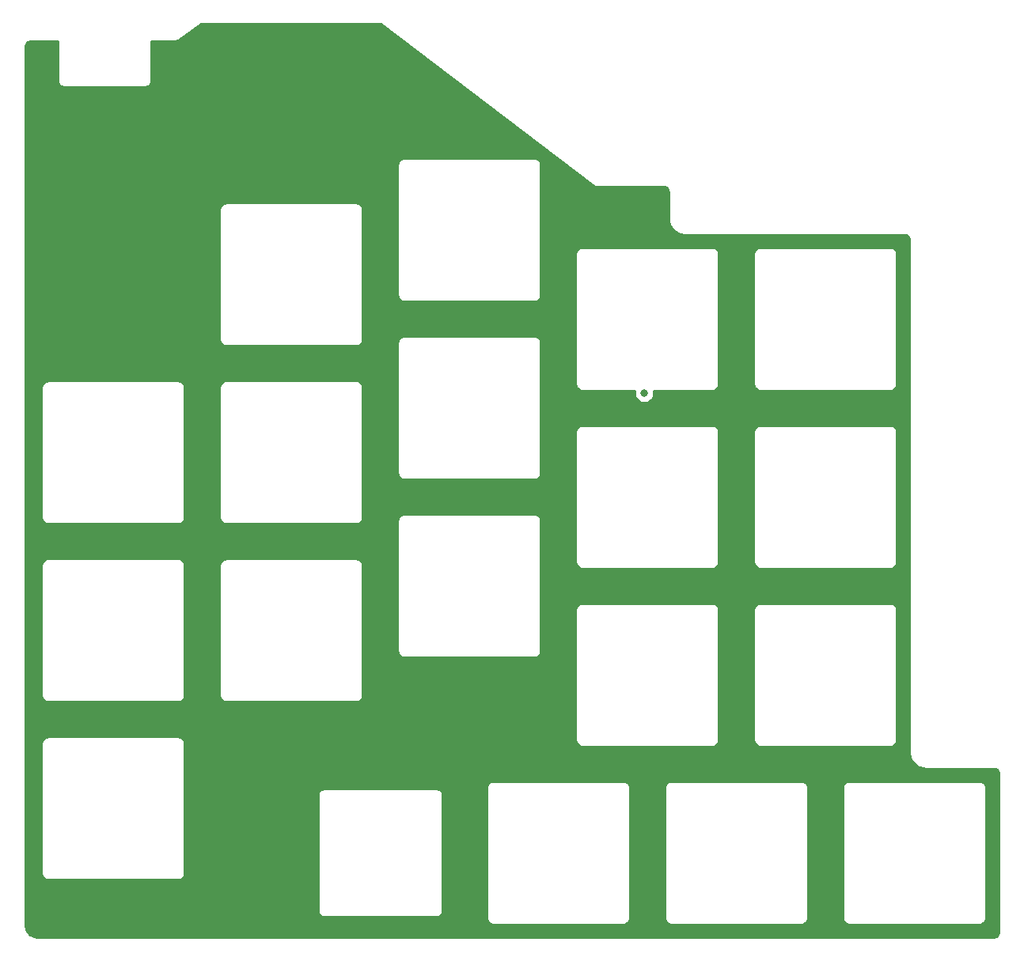
<source format=gbr>
%TF.GenerationSoftware,KiCad,Pcbnew,(5.1.6)-1*%
%TF.CreationDate,2021-05-04T17:34:20-05:00*%
%TF.ProjectId,FlatDoxPlate,466c6174-446f-4785-906c-6174652e6b69,rev?*%
%TF.SameCoordinates,Original*%
%TF.FileFunction,Copper,L2,Bot*%
%TF.FilePolarity,Positive*%
%FSLAX46Y46*%
G04 Gerber Fmt 4.6, Leading zero omitted, Abs format (unit mm)*
G04 Created by KiCad (PCBNEW (5.1.6)-1) date 2021-05-04 17:34:20*
%MOMM*%
%LPD*%
G01*
G04 APERTURE LIST*
%TA.AperFunction,ViaPad*%
%ADD10C,0.800000*%
%TD*%
%TA.AperFunction,NonConductor*%
%ADD11C,0.254000*%
%TD*%
G04 APERTURE END LIST*
D10*
%TO.N,*%
X37772340Y-86517480D03*
%TD*%
D11*
G36*
X32273039Y-64297431D02*
G01*
X32313730Y-64330825D01*
X32353364Y-64352010D01*
X32391637Y-64375562D01*
X32410573Y-64382588D01*
X32428387Y-64392110D01*
X32471396Y-64405157D01*
X32513525Y-64420789D01*
X32533465Y-64423986D01*
X32552797Y-64429850D01*
X32597527Y-64434255D01*
X32641894Y-64441368D01*
X32694492Y-64439400D01*
X39835563Y-64439400D01*
X39961042Y-64451703D01*
X40050689Y-64478770D01*
X40133377Y-64522735D01*
X40205946Y-64581922D01*
X40265644Y-64654084D01*
X40310181Y-64736454D01*
X40337874Y-64825915D01*
X40350841Y-64949287D01*
X40350840Y-67825018D01*
X40353633Y-67853377D01*
X40353584Y-67860396D01*
X40354483Y-67869567D01*
X40377800Y-68091419D01*
X40389835Y-68150048D01*
X40401038Y-68208778D01*
X40403701Y-68217600D01*
X40469666Y-68430697D01*
X40492833Y-68485807D01*
X40515256Y-68541307D01*
X40519583Y-68549443D01*
X40625683Y-68745670D01*
X40659110Y-68795227D01*
X40691886Y-68845315D01*
X40697711Y-68852457D01*
X40839904Y-69024339D01*
X40882339Y-69066478D01*
X40924202Y-69109228D01*
X40931302Y-69115101D01*
X41104172Y-69256091D01*
X41153978Y-69289182D01*
X41203357Y-69322992D01*
X41211463Y-69327375D01*
X41408427Y-69432102D01*
X41463704Y-69454885D01*
X41518711Y-69478462D01*
X41527515Y-69481186D01*
X41741067Y-69545662D01*
X41799730Y-69557278D01*
X41858261Y-69569719D01*
X41867422Y-69570682D01*
X41867426Y-69570682D01*
X42089436Y-69592450D01*
X42089438Y-69592450D01*
X42121421Y-69595600D01*
X65619103Y-69595600D01*
X65744582Y-69607903D01*
X65834229Y-69634970D01*
X65916917Y-69678935D01*
X65989486Y-69738122D01*
X66049184Y-69810284D01*
X66093721Y-69892654D01*
X66121414Y-69982115D01*
X66134381Y-70105488D01*
X66134380Y-124949618D01*
X66137173Y-124977977D01*
X66137124Y-124984996D01*
X66138023Y-124994167D01*
X66161340Y-125216019D01*
X66173375Y-125274648D01*
X66184578Y-125333378D01*
X66187241Y-125342200D01*
X66253206Y-125555297D01*
X66276373Y-125610407D01*
X66298796Y-125665907D01*
X66303123Y-125674043D01*
X66409223Y-125870270D01*
X66442650Y-125919827D01*
X66475426Y-125969915D01*
X66481251Y-125977057D01*
X66623444Y-126148939D01*
X66665879Y-126191078D01*
X66707742Y-126233828D01*
X66714842Y-126239701D01*
X66887712Y-126380691D01*
X66937518Y-126413782D01*
X66986897Y-126447592D01*
X66995003Y-126451975D01*
X67191967Y-126556702D01*
X67247244Y-126579485D01*
X67302251Y-126603062D01*
X67311055Y-126605786D01*
X67524607Y-126670262D01*
X67583270Y-126681878D01*
X67641801Y-126694319D01*
X67650962Y-126695282D01*
X67650966Y-126695282D01*
X67872976Y-126717050D01*
X67872978Y-126717050D01*
X67904961Y-126720200D01*
X75166963Y-126720200D01*
X75292442Y-126732503D01*
X75382089Y-126759570D01*
X75464777Y-126803535D01*
X75537346Y-126862722D01*
X75597044Y-126934884D01*
X75641581Y-127017254D01*
X75669274Y-127106715D01*
X75682240Y-127230078D01*
X75682241Y-144227012D01*
X75669937Y-144352502D01*
X75642871Y-144442148D01*
X75598905Y-144524836D01*
X75539717Y-144597408D01*
X75467560Y-144657101D01*
X75385186Y-144701641D01*
X75295724Y-144729334D01*
X75172362Y-144742300D01*
X-27261126Y-144742310D01*
X-27510063Y-144714455D01*
X-27722224Y-144647216D01*
X-27917295Y-144540043D01*
X-28087829Y-144397025D01*
X-28227341Y-144223602D01*
X-28330509Y-144026390D01*
X-28393406Y-143812892D01*
X-28416650Y-143558242D01*
X-28416650Y-123967240D01*
X-26715973Y-123967240D01*
X-26712779Y-123999669D01*
X-26712780Y-137937841D01*
X-26715973Y-137970260D01*
X-26703230Y-138099643D01*
X-26665490Y-138224053D01*
X-26604205Y-138338710D01*
X-26521728Y-138439208D01*
X-26421230Y-138521685D01*
X-26306573Y-138582970D01*
X-26182163Y-138620710D01*
X-26052780Y-138633453D01*
X-26020361Y-138630260D01*
X-12079639Y-138630260D01*
X-12047220Y-138633453D01*
X-12014801Y-138630260D01*
X-11917837Y-138620710D01*
X-11793427Y-138582970D01*
X-11678770Y-138521685D01*
X-11578272Y-138439208D01*
X-11495795Y-138338710D01*
X-11434510Y-138224053D01*
X-11396770Y-138099643D01*
X-11384027Y-137970260D01*
X-11387220Y-137937841D01*
X-11387220Y-129540000D01*
X2858517Y-129540000D01*
X2861710Y-129572419D01*
X2861711Y-141902771D01*
X2858517Y-141935200D01*
X2871260Y-142064583D01*
X2909000Y-142188993D01*
X2970285Y-142303650D01*
X3052762Y-142404148D01*
X3153260Y-142486625D01*
X3267917Y-142547910D01*
X3392327Y-142585650D01*
X3489291Y-142595200D01*
X3521710Y-142598393D01*
X3554129Y-142595200D01*
X15503491Y-142595200D01*
X15535910Y-142598393D01*
X15568329Y-142595200D01*
X15665293Y-142585650D01*
X15789703Y-142547910D01*
X15904360Y-142486625D01*
X16004858Y-142404148D01*
X16087335Y-142303650D01*
X16148620Y-142188993D01*
X16186360Y-142064583D01*
X16199103Y-141935200D01*
X16195910Y-141902781D01*
X16195910Y-129572419D01*
X16199103Y-129540000D01*
X16186360Y-129410617D01*
X16148620Y-129286207D01*
X16087335Y-129171550D01*
X16004858Y-129071052D01*
X15904360Y-128988575D01*
X15789703Y-128927290D01*
X15665293Y-128889550D01*
X15568329Y-128880000D01*
X15535910Y-128876807D01*
X15503491Y-128880000D01*
X3554129Y-128880000D01*
X3521710Y-128876807D01*
X3489291Y-128880000D01*
X3392327Y-128889550D01*
X3267917Y-128927290D01*
X3153260Y-128988575D01*
X3052762Y-129071052D01*
X2970285Y-129171550D01*
X2909000Y-129286207D01*
X2871260Y-129410617D01*
X2858517Y-129540000D01*
X-11387220Y-129540000D01*
X-11387220Y-128729740D01*
X20909027Y-128729740D01*
X20912221Y-128762169D01*
X20912220Y-142702881D01*
X20909027Y-142735300D01*
X20921770Y-142864683D01*
X20959510Y-142989093D01*
X21020795Y-143103750D01*
X21103272Y-143204248D01*
X21203770Y-143286725D01*
X21318427Y-143348010D01*
X21442837Y-143385750D01*
X21572220Y-143398493D01*
X21604639Y-143395300D01*
X35542821Y-143395300D01*
X35575240Y-143398493D01*
X35607659Y-143395300D01*
X35704623Y-143385750D01*
X35829033Y-143348010D01*
X35943690Y-143286725D01*
X36044188Y-143204248D01*
X36126665Y-143103750D01*
X36187950Y-142989093D01*
X36225690Y-142864683D01*
X36238433Y-142735300D01*
X36235240Y-142702881D01*
X36235240Y-128762159D01*
X36238433Y-128729740D01*
X39960057Y-128729740D01*
X39963251Y-128762169D01*
X39963250Y-142702881D01*
X39960057Y-142735300D01*
X39972800Y-142864683D01*
X40010540Y-142989093D01*
X40071825Y-143103750D01*
X40154302Y-143204248D01*
X40254800Y-143286725D01*
X40369457Y-143348010D01*
X40493867Y-143385750D01*
X40623250Y-143398493D01*
X40655669Y-143395300D01*
X54593851Y-143395300D01*
X54626270Y-143398493D01*
X54658689Y-143395300D01*
X54755653Y-143385750D01*
X54880063Y-143348010D01*
X54994720Y-143286725D01*
X55095218Y-143204248D01*
X55177695Y-143103750D01*
X55238980Y-142989093D01*
X55276720Y-142864683D01*
X55289463Y-142735300D01*
X55286270Y-142702881D01*
X55286270Y-128762159D01*
X55289463Y-128729740D01*
X59007517Y-128729740D01*
X59010711Y-128762169D01*
X59010710Y-142702881D01*
X59007517Y-142735300D01*
X59020260Y-142864683D01*
X59058000Y-142989093D01*
X59119285Y-143103750D01*
X59201762Y-143204248D01*
X59302260Y-143286725D01*
X59416917Y-143348010D01*
X59541327Y-143385750D01*
X59670710Y-143398493D01*
X59703129Y-143395300D01*
X73641311Y-143395300D01*
X73673730Y-143398493D01*
X73706149Y-143395300D01*
X73803113Y-143385750D01*
X73927523Y-143348010D01*
X74042180Y-143286725D01*
X74142678Y-143204248D01*
X74225155Y-143103750D01*
X74286440Y-142989093D01*
X74324180Y-142864683D01*
X74336923Y-142735300D01*
X74333730Y-142702881D01*
X74333730Y-128762159D01*
X74336923Y-128729740D01*
X74324180Y-128600357D01*
X74286440Y-128475947D01*
X74225155Y-128361290D01*
X74142678Y-128260792D01*
X74042180Y-128178315D01*
X73927523Y-128117030D01*
X73803113Y-128079290D01*
X73706149Y-128069740D01*
X73673730Y-128066547D01*
X73641311Y-128069740D01*
X59703129Y-128069740D01*
X59670710Y-128066547D01*
X59638291Y-128069740D01*
X59541327Y-128079290D01*
X59416917Y-128117030D01*
X59302260Y-128178315D01*
X59201762Y-128260792D01*
X59119285Y-128361290D01*
X59058000Y-128475947D01*
X59020260Y-128600357D01*
X59007517Y-128729740D01*
X55289463Y-128729740D01*
X55276720Y-128600357D01*
X55238980Y-128475947D01*
X55177695Y-128361290D01*
X55095218Y-128260792D01*
X54994720Y-128178315D01*
X54880063Y-128117030D01*
X54755653Y-128079290D01*
X54658689Y-128069740D01*
X54626270Y-128066547D01*
X54593851Y-128069740D01*
X40655669Y-128069740D01*
X40623250Y-128066547D01*
X40590831Y-128069740D01*
X40493867Y-128079290D01*
X40369457Y-128117030D01*
X40254800Y-128178315D01*
X40154302Y-128260792D01*
X40071825Y-128361290D01*
X40010540Y-128475947D01*
X39972800Y-128600357D01*
X39960057Y-128729740D01*
X36238433Y-128729740D01*
X36225690Y-128600357D01*
X36187950Y-128475947D01*
X36126665Y-128361290D01*
X36044188Y-128260792D01*
X35943690Y-128178315D01*
X35829033Y-128117030D01*
X35704623Y-128079290D01*
X35607659Y-128069740D01*
X35575240Y-128066547D01*
X35542821Y-128069740D01*
X21604639Y-128069740D01*
X21572220Y-128066547D01*
X21539801Y-128069740D01*
X21442837Y-128079290D01*
X21318427Y-128117030D01*
X21203770Y-128178315D01*
X21103272Y-128260792D01*
X21020795Y-128361290D01*
X20959510Y-128475947D01*
X20921770Y-128600357D01*
X20909027Y-128729740D01*
X-11387220Y-128729740D01*
X-11387220Y-123999659D01*
X-11384027Y-123967240D01*
X-11396770Y-123837857D01*
X-11434510Y-123713447D01*
X-11495795Y-123598790D01*
X-11578272Y-123498292D01*
X-11678770Y-123415815D01*
X-11793427Y-123354530D01*
X-11917837Y-123316790D01*
X-12014801Y-123307240D01*
X-12047220Y-123304047D01*
X-12079639Y-123307240D01*
X-26020361Y-123307240D01*
X-26052780Y-123304047D01*
X-26085199Y-123307240D01*
X-26182163Y-123316790D01*
X-26306573Y-123354530D01*
X-26421230Y-123415815D01*
X-26521728Y-123498292D01*
X-26604205Y-123598790D01*
X-26665490Y-123713447D01*
X-26703230Y-123837857D01*
X-26715973Y-123967240D01*
X-28416650Y-123967240D01*
X-28416650Y-104916210D01*
X-26715973Y-104916210D01*
X-26712779Y-104948639D01*
X-26712780Y-118886811D01*
X-26715973Y-118919230D01*
X-26703230Y-119048613D01*
X-26665490Y-119173023D01*
X-26604205Y-119287680D01*
X-26521728Y-119388178D01*
X-26421230Y-119470655D01*
X-26306573Y-119531940D01*
X-26182163Y-119569680D01*
X-26052780Y-119582423D01*
X-26020361Y-119579230D01*
X-12079639Y-119579230D01*
X-12047220Y-119582423D01*
X-12014801Y-119579230D01*
X-11917837Y-119569680D01*
X-11793427Y-119531940D01*
X-11678770Y-119470655D01*
X-11578272Y-119388178D01*
X-11495795Y-119287680D01*
X-11434510Y-119173023D01*
X-11396770Y-119048613D01*
X-11384027Y-118919230D01*
X-11387220Y-118886811D01*
X-11387220Y-104948629D01*
X-11384129Y-104917240D01*
X-7665973Y-104917240D01*
X-7662779Y-104949669D01*
X-7662780Y-118887841D01*
X-7665973Y-118920260D01*
X-7653230Y-119049643D01*
X-7615490Y-119174053D01*
X-7554205Y-119288710D01*
X-7472573Y-119388178D01*
X-7471728Y-119389208D01*
X-7371230Y-119471685D01*
X-7256573Y-119532970D01*
X-7132163Y-119570710D01*
X-7002780Y-119583453D01*
X-6970361Y-119580260D01*
X6970361Y-119580260D01*
X7002780Y-119583453D01*
X7035199Y-119580260D01*
X7132163Y-119570710D01*
X7256573Y-119532970D01*
X7371230Y-119471685D01*
X7471728Y-119389208D01*
X7554205Y-119288710D01*
X7615490Y-119174053D01*
X7653230Y-119049643D01*
X7665973Y-118920260D01*
X7662780Y-118887841D01*
X7662780Y-104949659D01*
X7665973Y-104917240D01*
X7653230Y-104787857D01*
X7615490Y-104663447D01*
X7554205Y-104548790D01*
X7471728Y-104448292D01*
X7371230Y-104365815D01*
X7256573Y-104304530D01*
X7132163Y-104266790D01*
X7035199Y-104257240D01*
X7002780Y-104254047D01*
X6970361Y-104257240D01*
X-6970361Y-104257240D01*
X-7002780Y-104254047D01*
X-7035199Y-104257240D01*
X-7132163Y-104266790D01*
X-7256573Y-104304530D01*
X-7371230Y-104365815D01*
X-7471728Y-104448292D01*
X-7554205Y-104548790D01*
X-7615490Y-104663447D01*
X-7653230Y-104787857D01*
X-7665973Y-104917240D01*
X-11384129Y-104917240D01*
X-11384027Y-104916210D01*
X-11396770Y-104786827D01*
X-11434510Y-104662417D01*
X-11495795Y-104547760D01*
X-11578272Y-104447262D01*
X-11678770Y-104364785D01*
X-11793427Y-104303500D01*
X-11917837Y-104265760D01*
X-12014801Y-104256210D01*
X-12047220Y-104253017D01*
X-12079639Y-104256210D01*
X-26020361Y-104256210D01*
X-26052780Y-104253017D01*
X-26085199Y-104256210D01*
X-26182163Y-104265760D01*
X-26306573Y-104303500D01*
X-26421230Y-104364785D01*
X-26521728Y-104447262D01*
X-26604205Y-104547760D01*
X-26665490Y-104662417D01*
X-26703230Y-104786827D01*
X-26715973Y-104916210D01*
X-28416650Y-104916210D01*
X-28416650Y-85868750D01*
X-26715973Y-85868750D01*
X-26712779Y-85901179D01*
X-26712780Y-99839351D01*
X-26715973Y-99871770D01*
X-26703230Y-100001153D01*
X-26665490Y-100125563D01*
X-26604205Y-100240220D01*
X-26523813Y-100338178D01*
X-26521728Y-100340718D01*
X-26421230Y-100423195D01*
X-26306573Y-100484480D01*
X-26182163Y-100522220D01*
X-26052780Y-100534963D01*
X-26020361Y-100531770D01*
X-12079639Y-100531770D01*
X-12047220Y-100534963D01*
X-12014801Y-100531770D01*
X-11989011Y-100529230D01*
X-11917837Y-100522220D01*
X-11793427Y-100484480D01*
X-11678770Y-100423195D01*
X-11578272Y-100340718D01*
X-11495795Y-100240220D01*
X-11434510Y-100125563D01*
X-11396770Y-100001153D01*
X-11387220Y-99904189D01*
X-11387220Y-99904188D01*
X-11384027Y-99871770D01*
X-11387220Y-99839351D01*
X-11387220Y-85901169D01*
X-11384027Y-85868750D01*
X-11384277Y-85866210D01*
X-7665973Y-85866210D01*
X-7662779Y-85898639D01*
X-7662780Y-99836811D01*
X-7665973Y-99869230D01*
X-7653230Y-99998613D01*
X-7615490Y-100123023D01*
X-7554205Y-100237680D01*
X-7552120Y-100240220D01*
X-7471728Y-100338178D01*
X-7371230Y-100420655D01*
X-7256573Y-100481940D01*
X-7132163Y-100519680D01*
X-7002780Y-100532423D01*
X-6970361Y-100529230D01*
X6970361Y-100529230D01*
X7002780Y-100532423D01*
X7035199Y-100529230D01*
X7132163Y-100519680D01*
X7256573Y-100481940D01*
X7371230Y-100420655D01*
X7471728Y-100338178D01*
X7554205Y-100237680D01*
X7598537Y-100154740D01*
X11384027Y-100154740D01*
X11387221Y-100187169D01*
X11387220Y-114125341D01*
X11384027Y-114157760D01*
X11396770Y-114287143D01*
X11434510Y-114411553D01*
X11495795Y-114526210D01*
X11578272Y-114626708D01*
X11678770Y-114709185D01*
X11793427Y-114770470D01*
X11917837Y-114808210D01*
X12047220Y-114820953D01*
X12079639Y-114817760D01*
X26020361Y-114817760D01*
X26052780Y-114820953D01*
X26085199Y-114817760D01*
X26182163Y-114808210D01*
X26306573Y-114770470D01*
X26421230Y-114709185D01*
X26521728Y-114626708D01*
X26604205Y-114526210D01*
X26665490Y-114411553D01*
X26703230Y-114287143D01*
X26715973Y-114157760D01*
X26712780Y-114125341D01*
X26712780Y-109679740D01*
X30434027Y-109679740D01*
X30437221Y-109712169D01*
X30437220Y-123650341D01*
X30434027Y-123682760D01*
X30446770Y-123812143D01*
X30484510Y-123936553D01*
X30545795Y-124051210D01*
X30547880Y-124053750D01*
X30628272Y-124151708D01*
X30728770Y-124234185D01*
X30843427Y-124295470D01*
X30967837Y-124333210D01*
X31097220Y-124345953D01*
X31129639Y-124342760D01*
X45070361Y-124342760D01*
X45102780Y-124345953D01*
X45135199Y-124342760D01*
X45232163Y-124333210D01*
X45356573Y-124295470D01*
X45471230Y-124234185D01*
X45571728Y-124151708D01*
X45654205Y-124051210D01*
X45715490Y-123936553D01*
X45753230Y-123812143D01*
X45765973Y-123682760D01*
X45762780Y-123650341D01*
X45762780Y-109712159D01*
X45765722Y-109682280D01*
X49484027Y-109682280D01*
X49487221Y-109714709D01*
X49487220Y-123652881D01*
X49484027Y-123685300D01*
X49496770Y-123814683D01*
X49534510Y-123939093D01*
X49595795Y-124053750D01*
X49676187Y-124151708D01*
X49678272Y-124154248D01*
X49778770Y-124236725D01*
X49893427Y-124298010D01*
X50017837Y-124335750D01*
X50147220Y-124348493D01*
X50179639Y-124345300D01*
X64120361Y-124345300D01*
X64152780Y-124348493D01*
X64185199Y-124345300D01*
X64210989Y-124342760D01*
X64282163Y-124335750D01*
X64406573Y-124298010D01*
X64521230Y-124236725D01*
X64621728Y-124154248D01*
X64704205Y-124053750D01*
X64765490Y-123939093D01*
X64803230Y-123814683D01*
X64812780Y-123717719D01*
X64812780Y-123717718D01*
X64815973Y-123685300D01*
X64812780Y-123652881D01*
X64812780Y-109714699D01*
X64815973Y-109682280D01*
X64803230Y-109552897D01*
X64765490Y-109428487D01*
X64704205Y-109313830D01*
X64621728Y-109213332D01*
X64521230Y-109130855D01*
X64406573Y-109069570D01*
X64282163Y-109031830D01*
X64185199Y-109022280D01*
X64152780Y-109019087D01*
X64120361Y-109022280D01*
X50179639Y-109022280D01*
X50147220Y-109019087D01*
X50114801Y-109022280D01*
X50017837Y-109031830D01*
X49893427Y-109069570D01*
X49778770Y-109130855D01*
X49678272Y-109213332D01*
X49595795Y-109313830D01*
X49534510Y-109428487D01*
X49496770Y-109552897D01*
X49484027Y-109682280D01*
X45765722Y-109682280D01*
X45765973Y-109679740D01*
X45753230Y-109550357D01*
X45715490Y-109425947D01*
X45654205Y-109311290D01*
X45571728Y-109210792D01*
X45471230Y-109128315D01*
X45356573Y-109067030D01*
X45232163Y-109029290D01*
X45135199Y-109019740D01*
X45102780Y-109016547D01*
X45070361Y-109019740D01*
X31129639Y-109019740D01*
X31097220Y-109016547D01*
X31064801Y-109019740D01*
X30967837Y-109029290D01*
X30843427Y-109067030D01*
X30728770Y-109128315D01*
X30628272Y-109210792D01*
X30545795Y-109311290D01*
X30484510Y-109425947D01*
X30446770Y-109550357D01*
X30434027Y-109679740D01*
X26712780Y-109679740D01*
X26712780Y-100187159D01*
X26715973Y-100154740D01*
X26703230Y-100025357D01*
X26665490Y-99900947D01*
X26604205Y-99786290D01*
X26521728Y-99685792D01*
X26421230Y-99603315D01*
X26306573Y-99542030D01*
X26182163Y-99504290D01*
X26085199Y-99494740D01*
X26052780Y-99491547D01*
X26020361Y-99494740D01*
X12079639Y-99494740D01*
X12047220Y-99491547D01*
X12014801Y-99494740D01*
X11917837Y-99504290D01*
X11793427Y-99542030D01*
X11678770Y-99603315D01*
X11578272Y-99685792D01*
X11495795Y-99786290D01*
X11434510Y-99900947D01*
X11396770Y-100025357D01*
X11384027Y-100154740D01*
X7598537Y-100154740D01*
X7615490Y-100123023D01*
X7653230Y-99998613D01*
X7665973Y-99869230D01*
X7662780Y-99836811D01*
X7662780Y-85898629D01*
X7665973Y-85866210D01*
X7653230Y-85736827D01*
X7615490Y-85612417D01*
X7554205Y-85497760D01*
X7471728Y-85397262D01*
X7371230Y-85314785D01*
X7256573Y-85253500D01*
X7132163Y-85215760D01*
X7035199Y-85206210D01*
X7002780Y-85203017D01*
X6970361Y-85206210D01*
X-6970361Y-85206210D01*
X-7002780Y-85203017D01*
X-7035199Y-85206210D01*
X-7132163Y-85215760D01*
X-7256573Y-85253500D01*
X-7371230Y-85314785D01*
X-7471728Y-85397262D01*
X-7554205Y-85497760D01*
X-7615490Y-85612417D01*
X-7653230Y-85736827D01*
X-7665973Y-85866210D01*
X-11384277Y-85866210D01*
X-11396770Y-85739367D01*
X-11434510Y-85614957D01*
X-11495795Y-85500300D01*
X-11578272Y-85399802D01*
X-11678770Y-85317325D01*
X-11793427Y-85256040D01*
X-11917837Y-85218300D01*
X-12014801Y-85208750D01*
X-12047220Y-85205557D01*
X-12079639Y-85208750D01*
X-26020361Y-85208750D01*
X-26052780Y-85205557D01*
X-26085199Y-85208750D01*
X-26182163Y-85218300D01*
X-26306573Y-85256040D01*
X-26421230Y-85317325D01*
X-26521728Y-85399802D01*
X-26604205Y-85500300D01*
X-26665490Y-85614957D01*
X-26703230Y-85739367D01*
X-26715973Y-85868750D01*
X-28416650Y-85868750D01*
X-28416650Y-66818750D01*
X-7665973Y-66818750D01*
X-7662779Y-66851179D01*
X-7662780Y-80789351D01*
X-7665973Y-80821770D01*
X-7653230Y-80951153D01*
X-7615490Y-81075563D01*
X-7554205Y-81190220D01*
X-7471728Y-81290718D01*
X-7371230Y-81373195D01*
X-7256573Y-81434480D01*
X-7132163Y-81472220D01*
X-7002780Y-81484963D01*
X-6970361Y-81481770D01*
X6970361Y-81481770D01*
X7002780Y-81484963D01*
X7035199Y-81481770D01*
X7132163Y-81472220D01*
X7256573Y-81434480D01*
X7371230Y-81373195D01*
X7471728Y-81290718D01*
X7554205Y-81190220D01*
X7600445Y-81103710D01*
X11384027Y-81103710D01*
X11387221Y-81136139D01*
X11387220Y-95074311D01*
X11384027Y-95106730D01*
X11396770Y-95236113D01*
X11434510Y-95360523D01*
X11495795Y-95475180D01*
X11578272Y-95575678D01*
X11678770Y-95658155D01*
X11793427Y-95719440D01*
X11917837Y-95757180D01*
X12047220Y-95769923D01*
X12079639Y-95766730D01*
X26020361Y-95766730D01*
X26052780Y-95769923D01*
X26085199Y-95766730D01*
X26182163Y-95757180D01*
X26306573Y-95719440D01*
X26421230Y-95658155D01*
X26521728Y-95575678D01*
X26604205Y-95475180D01*
X26665490Y-95360523D01*
X26703230Y-95236113D01*
X26715973Y-95106730D01*
X26712780Y-95074311D01*
X26712780Y-90628710D01*
X30434027Y-90628710D01*
X30437221Y-90661139D01*
X30437220Y-104599311D01*
X30434027Y-104631730D01*
X30446770Y-104761113D01*
X30484510Y-104885523D01*
X30545795Y-105000180D01*
X30547880Y-105002720D01*
X30628272Y-105100678D01*
X30728770Y-105183155D01*
X30843427Y-105244440D01*
X30967837Y-105282180D01*
X31097220Y-105294923D01*
X31129639Y-105291730D01*
X45070361Y-105291730D01*
X45102780Y-105294923D01*
X45135199Y-105291730D01*
X45232163Y-105282180D01*
X45356573Y-105244440D01*
X45471230Y-105183155D01*
X45571728Y-105100678D01*
X45654205Y-105000180D01*
X45715490Y-104885523D01*
X45753230Y-104761113D01*
X45765973Y-104631730D01*
X45762780Y-104599311D01*
X45762780Y-90661129D01*
X45765722Y-90631250D01*
X49484027Y-90631250D01*
X49487221Y-90663679D01*
X49487220Y-104601851D01*
X49484027Y-104634270D01*
X49496770Y-104763653D01*
X49534510Y-104888063D01*
X49595795Y-105002720D01*
X49676187Y-105100678D01*
X49678272Y-105103218D01*
X49778770Y-105185695D01*
X49893427Y-105246980D01*
X50017837Y-105284720D01*
X50147220Y-105297463D01*
X50179639Y-105294270D01*
X64120361Y-105294270D01*
X64152780Y-105297463D01*
X64185199Y-105294270D01*
X64210989Y-105291730D01*
X64282163Y-105284720D01*
X64406573Y-105246980D01*
X64521230Y-105185695D01*
X64621728Y-105103218D01*
X64704205Y-105002720D01*
X64765490Y-104888063D01*
X64803230Y-104763653D01*
X64812780Y-104666689D01*
X64812780Y-104666688D01*
X64815973Y-104634270D01*
X64812780Y-104601851D01*
X64812780Y-90663669D01*
X64815973Y-90631250D01*
X64803230Y-90501867D01*
X64765490Y-90377457D01*
X64704205Y-90262800D01*
X64621728Y-90162302D01*
X64521230Y-90079825D01*
X64406573Y-90018540D01*
X64282163Y-89980800D01*
X64185199Y-89971250D01*
X64152780Y-89968057D01*
X64120361Y-89971250D01*
X50179639Y-89971250D01*
X50147220Y-89968057D01*
X50114801Y-89971250D01*
X50017837Y-89980800D01*
X49893427Y-90018540D01*
X49778770Y-90079825D01*
X49678272Y-90162302D01*
X49595795Y-90262800D01*
X49534510Y-90377457D01*
X49496770Y-90501867D01*
X49484027Y-90631250D01*
X45765722Y-90631250D01*
X45765973Y-90628710D01*
X45753230Y-90499327D01*
X45715490Y-90374917D01*
X45654205Y-90260260D01*
X45571728Y-90159762D01*
X45471230Y-90077285D01*
X45356573Y-90016000D01*
X45232163Y-89978260D01*
X45135199Y-89968710D01*
X45102780Y-89965517D01*
X45070361Y-89968710D01*
X31129639Y-89968710D01*
X31097220Y-89965517D01*
X31064801Y-89968710D01*
X30967837Y-89978260D01*
X30843427Y-90016000D01*
X30728770Y-90077285D01*
X30628272Y-90159762D01*
X30545795Y-90260260D01*
X30484510Y-90374917D01*
X30446770Y-90499327D01*
X30434027Y-90628710D01*
X26712780Y-90628710D01*
X26712780Y-81136129D01*
X26715973Y-81103710D01*
X26703230Y-80974327D01*
X26665490Y-80849917D01*
X26604205Y-80735260D01*
X26521728Y-80634762D01*
X26421230Y-80552285D01*
X26306573Y-80491000D01*
X26182163Y-80453260D01*
X26085199Y-80443710D01*
X26052780Y-80440517D01*
X26020361Y-80443710D01*
X12079639Y-80443710D01*
X12047220Y-80440517D01*
X12014801Y-80443710D01*
X11917837Y-80453260D01*
X11793427Y-80491000D01*
X11678770Y-80552285D01*
X11578272Y-80634762D01*
X11495795Y-80735260D01*
X11434510Y-80849917D01*
X11396770Y-80974327D01*
X11384027Y-81103710D01*
X7600445Y-81103710D01*
X7615490Y-81075563D01*
X7653230Y-80951153D01*
X7665973Y-80821770D01*
X7662780Y-80789351D01*
X7662780Y-66851169D01*
X7665973Y-66818750D01*
X7653230Y-66689367D01*
X7615490Y-66564957D01*
X7554205Y-66450300D01*
X7471728Y-66349802D01*
X7371230Y-66267325D01*
X7256573Y-66206040D01*
X7132163Y-66168300D01*
X7035199Y-66158750D01*
X7002780Y-66155557D01*
X6970361Y-66158750D01*
X-6970361Y-66158750D01*
X-7002780Y-66155557D01*
X-7035199Y-66158750D01*
X-7132163Y-66168300D01*
X-7256573Y-66206040D01*
X-7371230Y-66267325D01*
X-7471728Y-66349802D01*
X-7554205Y-66450300D01*
X-7615490Y-66564957D01*
X-7653230Y-66689367D01*
X-7665973Y-66818750D01*
X-28416650Y-66818750D01*
X-28416650Y-62056250D01*
X11384027Y-62056250D01*
X11387221Y-62088679D01*
X11387220Y-76026851D01*
X11384027Y-76059270D01*
X11396770Y-76188653D01*
X11434510Y-76313063D01*
X11495795Y-76427720D01*
X11578272Y-76528218D01*
X11678770Y-76610695D01*
X11793427Y-76671980D01*
X11917837Y-76709720D01*
X12047220Y-76722463D01*
X12079639Y-76719270D01*
X26020361Y-76719270D01*
X26052780Y-76722463D01*
X26085199Y-76719270D01*
X26182163Y-76709720D01*
X26306573Y-76671980D01*
X26421230Y-76610695D01*
X26521728Y-76528218D01*
X26604205Y-76427720D01*
X26665490Y-76313063D01*
X26703230Y-76188653D01*
X26715973Y-76059270D01*
X26712780Y-76026851D01*
X26712780Y-71581250D01*
X30434027Y-71581250D01*
X30437221Y-71613679D01*
X30437220Y-85551851D01*
X30434027Y-85584270D01*
X30446770Y-85713653D01*
X30484510Y-85838063D01*
X30545795Y-85952720D01*
X30583065Y-85998133D01*
X30628272Y-86053218D01*
X30728770Y-86135695D01*
X30843427Y-86196980D01*
X30967837Y-86234720D01*
X31097220Y-86247463D01*
X31129639Y-86244270D01*
X36771408Y-86244270D01*
X36737340Y-86415541D01*
X36737340Y-86619419D01*
X36777114Y-86819378D01*
X36855135Y-87007736D01*
X36968403Y-87177254D01*
X37112566Y-87321417D01*
X37282084Y-87434685D01*
X37470442Y-87512706D01*
X37670401Y-87552480D01*
X37874279Y-87552480D01*
X38074238Y-87512706D01*
X38262596Y-87434685D01*
X38432114Y-87321417D01*
X38576277Y-87177254D01*
X38689545Y-87007736D01*
X38767566Y-86819378D01*
X38807340Y-86619419D01*
X38807340Y-86415541D01*
X38773272Y-86244270D01*
X45070361Y-86244270D01*
X45102780Y-86247463D01*
X45135199Y-86244270D01*
X45232163Y-86234720D01*
X45356573Y-86196980D01*
X45471230Y-86135695D01*
X45571728Y-86053218D01*
X45654205Y-85952720D01*
X45715490Y-85838063D01*
X45753230Y-85713653D01*
X45765973Y-85584270D01*
X45762780Y-85551851D01*
X45762780Y-71613669D01*
X45765722Y-71583790D01*
X49484027Y-71583790D01*
X49487221Y-71616219D01*
X49487220Y-85554391D01*
X49484027Y-85586810D01*
X49496770Y-85716193D01*
X49534510Y-85840603D01*
X49595795Y-85955260D01*
X49654855Y-86027224D01*
X49678272Y-86055758D01*
X49778770Y-86138235D01*
X49893427Y-86199520D01*
X50017837Y-86237260D01*
X50147220Y-86250003D01*
X50179639Y-86246810D01*
X64120361Y-86246810D01*
X64152780Y-86250003D01*
X64185199Y-86246810D01*
X64210989Y-86244270D01*
X64282163Y-86237260D01*
X64406573Y-86199520D01*
X64521230Y-86138235D01*
X64621728Y-86055758D01*
X64704205Y-85955260D01*
X64765490Y-85840603D01*
X64803230Y-85716193D01*
X64812780Y-85619229D01*
X64812780Y-85619228D01*
X64815973Y-85586810D01*
X64812780Y-85554391D01*
X64812780Y-71616209D01*
X64815973Y-71583790D01*
X64803230Y-71454407D01*
X64765490Y-71329997D01*
X64704205Y-71215340D01*
X64621728Y-71114842D01*
X64521230Y-71032365D01*
X64406573Y-70971080D01*
X64282163Y-70933340D01*
X64185199Y-70923790D01*
X64152780Y-70920597D01*
X64120361Y-70923790D01*
X50179639Y-70923790D01*
X50147220Y-70920597D01*
X50114801Y-70923790D01*
X50017837Y-70933340D01*
X49893427Y-70971080D01*
X49778770Y-71032365D01*
X49678272Y-71114842D01*
X49595795Y-71215340D01*
X49534510Y-71329997D01*
X49496770Y-71454407D01*
X49484027Y-71583790D01*
X45765722Y-71583790D01*
X45765973Y-71581250D01*
X45753230Y-71451867D01*
X45715490Y-71327457D01*
X45654205Y-71212800D01*
X45571728Y-71112302D01*
X45471230Y-71029825D01*
X45356573Y-70968540D01*
X45232163Y-70930800D01*
X45135199Y-70921250D01*
X45102780Y-70918057D01*
X45070361Y-70921250D01*
X31129639Y-70921250D01*
X31097220Y-70918057D01*
X31064801Y-70921250D01*
X30967837Y-70930800D01*
X30843427Y-70968540D01*
X30728770Y-71029825D01*
X30628272Y-71112302D01*
X30545795Y-71212800D01*
X30484510Y-71327457D01*
X30446770Y-71451867D01*
X30434027Y-71581250D01*
X26712780Y-71581250D01*
X26712780Y-62088669D01*
X26715973Y-62056250D01*
X26703230Y-61926867D01*
X26665490Y-61802457D01*
X26604205Y-61687800D01*
X26521728Y-61587302D01*
X26421230Y-61504825D01*
X26306573Y-61443540D01*
X26182163Y-61405800D01*
X26085199Y-61396250D01*
X26052780Y-61393057D01*
X26020361Y-61396250D01*
X12079639Y-61396250D01*
X12047220Y-61393057D01*
X12014801Y-61396250D01*
X11917837Y-61405800D01*
X11793427Y-61443540D01*
X11678770Y-61504825D01*
X11578272Y-61587302D01*
X11495795Y-61687800D01*
X11434510Y-61802457D01*
X11396770Y-61926867D01*
X11384027Y-62056250D01*
X-28416650Y-62056250D01*
X-28416650Y-49397177D01*
X-28404347Y-49271698D01*
X-28377280Y-49182051D01*
X-28333315Y-49099363D01*
X-28274128Y-49026794D01*
X-28201966Y-48967096D01*
X-28119596Y-48922559D01*
X-28030135Y-48894866D01*
X-27906772Y-48881900D01*
X-24961449Y-48881900D01*
X-24961450Y-53066281D01*
X-24964643Y-53098700D01*
X-24951900Y-53228083D01*
X-24914160Y-53352493D01*
X-24852875Y-53467150D01*
X-24770398Y-53567648D01*
X-24669900Y-53650125D01*
X-24555243Y-53711410D01*
X-24430833Y-53749150D01*
X-24301450Y-53761893D01*
X-24269031Y-53758700D01*
X-15672469Y-53758700D01*
X-15640050Y-53761893D01*
X-15607631Y-53758700D01*
X-15510667Y-53749150D01*
X-15386257Y-53711410D01*
X-15271600Y-53650125D01*
X-15171102Y-53567648D01*
X-15088625Y-53467150D01*
X-15027340Y-53352493D01*
X-14989600Y-53228083D01*
X-14976857Y-53098700D01*
X-14980050Y-53066281D01*
X-14980050Y-48881900D01*
X-12569016Y-48881900D01*
X-12531940Y-48885027D01*
X-12471997Y-48878272D01*
X-12411867Y-48872350D01*
X-12407390Y-48870992D01*
X-12402750Y-48870469D01*
X-12345260Y-48852145D01*
X-12287457Y-48834610D01*
X-12283335Y-48832407D01*
X-12278881Y-48830987D01*
X-12226079Y-48801803D01*
X-12172800Y-48773325D01*
X-12144023Y-48749708D01*
X-9643572Y-47027700D01*
X9547787Y-47027700D01*
X32273039Y-64297431D01*
G37*
X32273039Y-64297431D02*
X32313730Y-64330825D01*
X32353364Y-64352010D01*
X32391637Y-64375562D01*
X32410573Y-64382588D01*
X32428387Y-64392110D01*
X32471396Y-64405157D01*
X32513525Y-64420789D01*
X32533465Y-64423986D01*
X32552797Y-64429850D01*
X32597527Y-64434255D01*
X32641894Y-64441368D01*
X32694492Y-64439400D01*
X39835563Y-64439400D01*
X39961042Y-64451703D01*
X40050689Y-64478770D01*
X40133377Y-64522735D01*
X40205946Y-64581922D01*
X40265644Y-64654084D01*
X40310181Y-64736454D01*
X40337874Y-64825915D01*
X40350841Y-64949287D01*
X40350840Y-67825018D01*
X40353633Y-67853377D01*
X40353584Y-67860396D01*
X40354483Y-67869567D01*
X40377800Y-68091419D01*
X40389835Y-68150048D01*
X40401038Y-68208778D01*
X40403701Y-68217600D01*
X40469666Y-68430697D01*
X40492833Y-68485807D01*
X40515256Y-68541307D01*
X40519583Y-68549443D01*
X40625683Y-68745670D01*
X40659110Y-68795227D01*
X40691886Y-68845315D01*
X40697711Y-68852457D01*
X40839904Y-69024339D01*
X40882339Y-69066478D01*
X40924202Y-69109228D01*
X40931302Y-69115101D01*
X41104172Y-69256091D01*
X41153978Y-69289182D01*
X41203357Y-69322992D01*
X41211463Y-69327375D01*
X41408427Y-69432102D01*
X41463704Y-69454885D01*
X41518711Y-69478462D01*
X41527515Y-69481186D01*
X41741067Y-69545662D01*
X41799730Y-69557278D01*
X41858261Y-69569719D01*
X41867422Y-69570682D01*
X41867426Y-69570682D01*
X42089436Y-69592450D01*
X42089438Y-69592450D01*
X42121421Y-69595600D01*
X65619103Y-69595600D01*
X65744582Y-69607903D01*
X65834229Y-69634970D01*
X65916917Y-69678935D01*
X65989486Y-69738122D01*
X66049184Y-69810284D01*
X66093721Y-69892654D01*
X66121414Y-69982115D01*
X66134381Y-70105488D01*
X66134380Y-124949618D01*
X66137173Y-124977977D01*
X66137124Y-124984996D01*
X66138023Y-124994167D01*
X66161340Y-125216019D01*
X66173375Y-125274648D01*
X66184578Y-125333378D01*
X66187241Y-125342200D01*
X66253206Y-125555297D01*
X66276373Y-125610407D01*
X66298796Y-125665907D01*
X66303123Y-125674043D01*
X66409223Y-125870270D01*
X66442650Y-125919827D01*
X66475426Y-125969915D01*
X66481251Y-125977057D01*
X66623444Y-126148939D01*
X66665879Y-126191078D01*
X66707742Y-126233828D01*
X66714842Y-126239701D01*
X66887712Y-126380691D01*
X66937518Y-126413782D01*
X66986897Y-126447592D01*
X66995003Y-126451975D01*
X67191967Y-126556702D01*
X67247244Y-126579485D01*
X67302251Y-126603062D01*
X67311055Y-126605786D01*
X67524607Y-126670262D01*
X67583270Y-126681878D01*
X67641801Y-126694319D01*
X67650962Y-126695282D01*
X67650966Y-126695282D01*
X67872976Y-126717050D01*
X67872978Y-126717050D01*
X67904961Y-126720200D01*
X75166963Y-126720200D01*
X75292442Y-126732503D01*
X75382089Y-126759570D01*
X75464777Y-126803535D01*
X75537346Y-126862722D01*
X75597044Y-126934884D01*
X75641581Y-127017254D01*
X75669274Y-127106715D01*
X75682240Y-127230078D01*
X75682241Y-144227012D01*
X75669937Y-144352502D01*
X75642871Y-144442148D01*
X75598905Y-144524836D01*
X75539717Y-144597408D01*
X75467560Y-144657101D01*
X75385186Y-144701641D01*
X75295724Y-144729334D01*
X75172362Y-144742300D01*
X-27261126Y-144742310D01*
X-27510063Y-144714455D01*
X-27722224Y-144647216D01*
X-27917295Y-144540043D01*
X-28087829Y-144397025D01*
X-28227341Y-144223602D01*
X-28330509Y-144026390D01*
X-28393406Y-143812892D01*
X-28416650Y-143558242D01*
X-28416650Y-123967240D01*
X-26715973Y-123967240D01*
X-26712779Y-123999669D01*
X-26712780Y-137937841D01*
X-26715973Y-137970260D01*
X-26703230Y-138099643D01*
X-26665490Y-138224053D01*
X-26604205Y-138338710D01*
X-26521728Y-138439208D01*
X-26421230Y-138521685D01*
X-26306573Y-138582970D01*
X-26182163Y-138620710D01*
X-26052780Y-138633453D01*
X-26020361Y-138630260D01*
X-12079639Y-138630260D01*
X-12047220Y-138633453D01*
X-12014801Y-138630260D01*
X-11917837Y-138620710D01*
X-11793427Y-138582970D01*
X-11678770Y-138521685D01*
X-11578272Y-138439208D01*
X-11495795Y-138338710D01*
X-11434510Y-138224053D01*
X-11396770Y-138099643D01*
X-11384027Y-137970260D01*
X-11387220Y-137937841D01*
X-11387220Y-129540000D01*
X2858517Y-129540000D01*
X2861710Y-129572419D01*
X2861711Y-141902771D01*
X2858517Y-141935200D01*
X2871260Y-142064583D01*
X2909000Y-142188993D01*
X2970285Y-142303650D01*
X3052762Y-142404148D01*
X3153260Y-142486625D01*
X3267917Y-142547910D01*
X3392327Y-142585650D01*
X3489291Y-142595200D01*
X3521710Y-142598393D01*
X3554129Y-142595200D01*
X15503491Y-142595200D01*
X15535910Y-142598393D01*
X15568329Y-142595200D01*
X15665293Y-142585650D01*
X15789703Y-142547910D01*
X15904360Y-142486625D01*
X16004858Y-142404148D01*
X16087335Y-142303650D01*
X16148620Y-142188993D01*
X16186360Y-142064583D01*
X16199103Y-141935200D01*
X16195910Y-141902781D01*
X16195910Y-129572419D01*
X16199103Y-129540000D01*
X16186360Y-129410617D01*
X16148620Y-129286207D01*
X16087335Y-129171550D01*
X16004858Y-129071052D01*
X15904360Y-128988575D01*
X15789703Y-128927290D01*
X15665293Y-128889550D01*
X15568329Y-128880000D01*
X15535910Y-128876807D01*
X15503491Y-128880000D01*
X3554129Y-128880000D01*
X3521710Y-128876807D01*
X3489291Y-128880000D01*
X3392327Y-128889550D01*
X3267917Y-128927290D01*
X3153260Y-128988575D01*
X3052762Y-129071052D01*
X2970285Y-129171550D01*
X2909000Y-129286207D01*
X2871260Y-129410617D01*
X2858517Y-129540000D01*
X-11387220Y-129540000D01*
X-11387220Y-128729740D01*
X20909027Y-128729740D01*
X20912221Y-128762169D01*
X20912220Y-142702881D01*
X20909027Y-142735300D01*
X20921770Y-142864683D01*
X20959510Y-142989093D01*
X21020795Y-143103750D01*
X21103272Y-143204248D01*
X21203770Y-143286725D01*
X21318427Y-143348010D01*
X21442837Y-143385750D01*
X21572220Y-143398493D01*
X21604639Y-143395300D01*
X35542821Y-143395300D01*
X35575240Y-143398493D01*
X35607659Y-143395300D01*
X35704623Y-143385750D01*
X35829033Y-143348010D01*
X35943690Y-143286725D01*
X36044188Y-143204248D01*
X36126665Y-143103750D01*
X36187950Y-142989093D01*
X36225690Y-142864683D01*
X36238433Y-142735300D01*
X36235240Y-142702881D01*
X36235240Y-128762159D01*
X36238433Y-128729740D01*
X39960057Y-128729740D01*
X39963251Y-128762169D01*
X39963250Y-142702881D01*
X39960057Y-142735300D01*
X39972800Y-142864683D01*
X40010540Y-142989093D01*
X40071825Y-143103750D01*
X40154302Y-143204248D01*
X40254800Y-143286725D01*
X40369457Y-143348010D01*
X40493867Y-143385750D01*
X40623250Y-143398493D01*
X40655669Y-143395300D01*
X54593851Y-143395300D01*
X54626270Y-143398493D01*
X54658689Y-143395300D01*
X54755653Y-143385750D01*
X54880063Y-143348010D01*
X54994720Y-143286725D01*
X55095218Y-143204248D01*
X55177695Y-143103750D01*
X55238980Y-142989093D01*
X55276720Y-142864683D01*
X55289463Y-142735300D01*
X55286270Y-142702881D01*
X55286270Y-128762159D01*
X55289463Y-128729740D01*
X59007517Y-128729740D01*
X59010711Y-128762169D01*
X59010710Y-142702881D01*
X59007517Y-142735300D01*
X59020260Y-142864683D01*
X59058000Y-142989093D01*
X59119285Y-143103750D01*
X59201762Y-143204248D01*
X59302260Y-143286725D01*
X59416917Y-143348010D01*
X59541327Y-143385750D01*
X59670710Y-143398493D01*
X59703129Y-143395300D01*
X73641311Y-143395300D01*
X73673730Y-143398493D01*
X73706149Y-143395300D01*
X73803113Y-143385750D01*
X73927523Y-143348010D01*
X74042180Y-143286725D01*
X74142678Y-143204248D01*
X74225155Y-143103750D01*
X74286440Y-142989093D01*
X74324180Y-142864683D01*
X74336923Y-142735300D01*
X74333730Y-142702881D01*
X74333730Y-128762159D01*
X74336923Y-128729740D01*
X74324180Y-128600357D01*
X74286440Y-128475947D01*
X74225155Y-128361290D01*
X74142678Y-128260792D01*
X74042180Y-128178315D01*
X73927523Y-128117030D01*
X73803113Y-128079290D01*
X73706149Y-128069740D01*
X73673730Y-128066547D01*
X73641311Y-128069740D01*
X59703129Y-128069740D01*
X59670710Y-128066547D01*
X59638291Y-128069740D01*
X59541327Y-128079290D01*
X59416917Y-128117030D01*
X59302260Y-128178315D01*
X59201762Y-128260792D01*
X59119285Y-128361290D01*
X59058000Y-128475947D01*
X59020260Y-128600357D01*
X59007517Y-128729740D01*
X55289463Y-128729740D01*
X55276720Y-128600357D01*
X55238980Y-128475947D01*
X55177695Y-128361290D01*
X55095218Y-128260792D01*
X54994720Y-128178315D01*
X54880063Y-128117030D01*
X54755653Y-128079290D01*
X54658689Y-128069740D01*
X54626270Y-128066547D01*
X54593851Y-128069740D01*
X40655669Y-128069740D01*
X40623250Y-128066547D01*
X40590831Y-128069740D01*
X40493867Y-128079290D01*
X40369457Y-128117030D01*
X40254800Y-128178315D01*
X40154302Y-128260792D01*
X40071825Y-128361290D01*
X40010540Y-128475947D01*
X39972800Y-128600357D01*
X39960057Y-128729740D01*
X36238433Y-128729740D01*
X36225690Y-128600357D01*
X36187950Y-128475947D01*
X36126665Y-128361290D01*
X36044188Y-128260792D01*
X35943690Y-128178315D01*
X35829033Y-128117030D01*
X35704623Y-128079290D01*
X35607659Y-128069740D01*
X35575240Y-128066547D01*
X35542821Y-128069740D01*
X21604639Y-128069740D01*
X21572220Y-128066547D01*
X21539801Y-128069740D01*
X21442837Y-128079290D01*
X21318427Y-128117030D01*
X21203770Y-128178315D01*
X21103272Y-128260792D01*
X21020795Y-128361290D01*
X20959510Y-128475947D01*
X20921770Y-128600357D01*
X20909027Y-128729740D01*
X-11387220Y-128729740D01*
X-11387220Y-123999659D01*
X-11384027Y-123967240D01*
X-11396770Y-123837857D01*
X-11434510Y-123713447D01*
X-11495795Y-123598790D01*
X-11578272Y-123498292D01*
X-11678770Y-123415815D01*
X-11793427Y-123354530D01*
X-11917837Y-123316790D01*
X-12014801Y-123307240D01*
X-12047220Y-123304047D01*
X-12079639Y-123307240D01*
X-26020361Y-123307240D01*
X-26052780Y-123304047D01*
X-26085199Y-123307240D01*
X-26182163Y-123316790D01*
X-26306573Y-123354530D01*
X-26421230Y-123415815D01*
X-26521728Y-123498292D01*
X-26604205Y-123598790D01*
X-26665490Y-123713447D01*
X-26703230Y-123837857D01*
X-26715973Y-123967240D01*
X-28416650Y-123967240D01*
X-28416650Y-104916210D01*
X-26715973Y-104916210D01*
X-26712779Y-104948639D01*
X-26712780Y-118886811D01*
X-26715973Y-118919230D01*
X-26703230Y-119048613D01*
X-26665490Y-119173023D01*
X-26604205Y-119287680D01*
X-26521728Y-119388178D01*
X-26421230Y-119470655D01*
X-26306573Y-119531940D01*
X-26182163Y-119569680D01*
X-26052780Y-119582423D01*
X-26020361Y-119579230D01*
X-12079639Y-119579230D01*
X-12047220Y-119582423D01*
X-12014801Y-119579230D01*
X-11917837Y-119569680D01*
X-11793427Y-119531940D01*
X-11678770Y-119470655D01*
X-11578272Y-119388178D01*
X-11495795Y-119287680D01*
X-11434510Y-119173023D01*
X-11396770Y-119048613D01*
X-11384027Y-118919230D01*
X-11387220Y-118886811D01*
X-11387220Y-104948629D01*
X-11384129Y-104917240D01*
X-7665973Y-104917240D01*
X-7662779Y-104949669D01*
X-7662780Y-118887841D01*
X-7665973Y-118920260D01*
X-7653230Y-119049643D01*
X-7615490Y-119174053D01*
X-7554205Y-119288710D01*
X-7472573Y-119388178D01*
X-7471728Y-119389208D01*
X-7371230Y-119471685D01*
X-7256573Y-119532970D01*
X-7132163Y-119570710D01*
X-7002780Y-119583453D01*
X-6970361Y-119580260D01*
X6970361Y-119580260D01*
X7002780Y-119583453D01*
X7035199Y-119580260D01*
X7132163Y-119570710D01*
X7256573Y-119532970D01*
X7371230Y-119471685D01*
X7471728Y-119389208D01*
X7554205Y-119288710D01*
X7615490Y-119174053D01*
X7653230Y-119049643D01*
X7665973Y-118920260D01*
X7662780Y-118887841D01*
X7662780Y-104949659D01*
X7665973Y-104917240D01*
X7653230Y-104787857D01*
X7615490Y-104663447D01*
X7554205Y-104548790D01*
X7471728Y-104448292D01*
X7371230Y-104365815D01*
X7256573Y-104304530D01*
X7132163Y-104266790D01*
X7035199Y-104257240D01*
X7002780Y-104254047D01*
X6970361Y-104257240D01*
X-6970361Y-104257240D01*
X-7002780Y-104254047D01*
X-7035199Y-104257240D01*
X-7132163Y-104266790D01*
X-7256573Y-104304530D01*
X-7371230Y-104365815D01*
X-7471728Y-104448292D01*
X-7554205Y-104548790D01*
X-7615490Y-104663447D01*
X-7653230Y-104787857D01*
X-7665973Y-104917240D01*
X-11384129Y-104917240D01*
X-11384027Y-104916210D01*
X-11396770Y-104786827D01*
X-11434510Y-104662417D01*
X-11495795Y-104547760D01*
X-11578272Y-104447262D01*
X-11678770Y-104364785D01*
X-11793427Y-104303500D01*
X-11917837Y-104265760D01*
X-12014801Y-104256210D01*
X-12047220Y-104253017D01*
X-12079639Y-104256210D01*
X-26020361Y-104256210D01*
X-26052780Y-104253017D01*
X-26085199Y-104256210D01*
X-26182163Y-104265760D01*
X-26306573Y-104303500D01*
X-26421230Y-104364785D01*
X-26521728Y-104447262D01*
X-26604205Y-104547760D01*
X-26665490Y-104662417D01*
X-26703230Y-104786827D01*
X-26715973Y-104916210D01*
X-28416650Y-104916210D01*
X-28416650Y-85868750D01*
X-26715973Y-85868750D01*
X-26712779Y-85901179D01*
X-26712780Y-99839351D01*
X-26715973Y-99871770D01*
X-26703230Y-100001153D01*
X-26665490Y-100125563D01*
X-26604205Y-100240220D01*
X-26523813Y-100338178D01*
X-26521728Y-100340718D01*
X-26421230Y-100423195D01*
X-26306573Y-100484480D01*
X-26182163Y-100522220D01*
X-26052780Y-100534963D01*
X-26020361Y-100531770D01*
X-12079639Y-100531770D01*
X-12047220Y-100534963D01*
X-12014801Y-100531770D01*
X-11989011Y-100529230D01*
X-11917837Y-100522220D01*
X-11793427Y-100484480D01*
X-11678770Y-100423195D01*
X-11578272Y-100340718D01*
X-11495795Y-100240220D01*
X-11434510Y-100125563D01*
X-11396770Y-100001153D01*
X-11387220Y-99904189D01*
X-11387220Y-99904188D01*
X-11384027Y-99871770D01*
X-11387220Y-99839351D01*
X-11387220Y-85901169D01*
X-11384027Y-85868750D01*
X-11384277Y-85866210D01*
X-7665973Y-85866210D01*
X-7662779Y-85898639D01*
X-7662780Y-99836811D01*
X-7665973Y-99869230D01*
X-7653230Y-99998613D01*
X-7615490Y-100123023D01*
X-7554205Y-100237680D01*
X-7552120Y-100240220D01*
X-7471728Y-100338178D01*
X-7371230Y-100420655D01*
X-7256573Y-100481940D01*
X-7132163Y-100519680D01*
X-7002780Y-100532423D01*
X-6970361Y-100529230D01*
X6970361Y-100529230D01*
X7002780Y-100532423D01*
X7035199Y-100529230D01*
X7132163Y-100519680D01*
X7256573Y-100481940D01*
X7371230Y-100420655D01*
X7471728Y-100338178D01*
X7554205Y-100237680D01*
X7598537Y-100154740D01*
X11384027Y-100154740D01*
X11387221Y-100187169D01*
X11387220Y-114125341D01*
X11384027Y-114157760D01*
X11396770Y-114287143D01*
X11434510Y-114411553D01*
X11495795Y-114526210D01*
X11578272Y-114626708D01*
X11678770Y-114709185D01*
X11793427Y-114770470D01*
X11917837Y-114808210D01*
X12047220Y-114820953D01*
X12079639Y-114817760D01*
X26020361Y-114817760D01*
X26052780Y-114820953D01*
X26085199Y-114817760D01*
X26182163Y-114808210D01*
X26306573Y-114770470D01*
X26421230Y-114709185D01*
X26521728Y-114626708D01*
X26604205Y-114526210D01*
X26665490Y-114411553D01*
X26703230Y-114287143D01*
X26715973Y-114157760D01*
X26712780Y-114125341D01*
X26712780Y-109679740D01*
X30434027Y-109679740D01*
X30437221Y-109712169D01*
X30437220Y-123650341D01*
X30434027Y-123682760D01*
X30446770Y-123812143D01*
X30484510Y-123936553D01*
X30545795Y-124051210D01*
X30547880Y-124053750D01*
X30628272Y-124151708D01*
X30728770Y-124234185D01*
X30843427Y-124295470D01*
X30967837Y-124333210D01*
X31097220Y-124345953D01*
X31129639Y-124342760D01*
X45070361Y-124342760D01*
X45102780Y-124345953D01*
X45135199Y-124342760D01*
X45232163Y-124333210D01*
X45356573Y-124295470D01*
X45471230Y-124234185D01*
X45571728Y-124151708D01*
X45654205Y-124051210D01*
X45715490Y-123936553D01*
X45753230Y-123812143D01*
X45765973Y-123682760D01*
X45762780Y-123650341D01*
X45762780Y-109712159D01*
X45765722Y-109682280D01*
X49484027Y-109682280D01*
X49487221Y-109714709D01*
X49487220Y-123652881D01*
X49484027Y-123685300D01*
X49496770Y-123814683D01*
X49534510Y-123939093D01*
X49595795Y-124053750D01*
X49676187Y-124151708D01*
X49678272Y-124154248D01*
X49778770Y-124236725D01*
X49893427Y-124298010D01*
X50017837Y-124335750D01*
X50147220Y-124348493D01*
X50179639Y-124345300D01*
X64120361Y-124345300D01*
X64152780Y-124348493D01*
X64185199Y-124345300D01*
X64210989Y-124342760D01*
X64282163Y-124335750D01*
X64406573Y-124298010D01*
X64521230Y-124236725D01*
X64621728Y-124154248D01*
X64704205Y-124053750D01*
X64765490Y-123939093D01*
X64803230Y-123814683D01*
X64812780Y-123717719D01*
X64812780Y-123717718D01*
X64815973Y-123685300D01*
X64812780Y-123652881D01*
X64812780Y-109714699D01*
X64815973Y-109682280D01*
X64803230Y-109552897D01*
X64765490Y-109428487D01*
X64704205Y-109313830D01*
X64621728Y-109213332D01*
X64521230Y-109130855D01*
X64406573Y-109069570D01*
X64282163Y-109031830D01*
X64185199Y-109022280D01*
X64152780Y-109019087D01*
X64120361Y-109022280D01*
X50179639Y-109022280D01*
X50147220Y-109019087D01*
X50114801Y-109022280D01*
X50017837Y-109031830D01*
X49893427Y-109069570D01*
X49778770Y-109130855D01*
X49678272Y-109213332D01*
X49595795Y-109313830D01*
X49534510Y-109428487D01*
X49496770Y-109552897D01*
X49484027Y-109682280D01*
X45765722Y-109682280D01*
X45765973Y-109679740D01*
X45753230Y-109550357D01*
X45715490Y-109425947D01*
X45654205Y-109311290D01*
X45571728Y-109210792D01*
X45471230Y-109128315D01*
X45356573Y-109067030D01*
X45232163Y-109029290D01*
X45135199Y-109019740D01*
X45102780Y-109016547D01*
X45070361Y-109019740D01*
X31129639Y-109019740D01*
X31097220Y-109016547D01*
X31064801Y-109019740D01*
X30967837Y-109029290D01*
X30843427Y-109067030D01*
X30728770Y-109128315D01*
X30628272Y-109210792D01*
X30545795Y-109311290D01*
X30484510Y-109425947D01*
X30446770Y-109550357D01*
X30434027Y-109679740D01*
X26712780Y-109679740D01*
X26712780Y-100187159D01*
X26715973Y-100154740D01*
X26703230Y-100025357D01*
X26665490Y-99900947D01*
X26604205Y-99786290D01*
X26521728Y-99685792D01*
X26421230Y-99603315D01*
X26306573Y-99542030D01*
X26182163Y-99504290D01*
X26085199Y-99494740D01*
X26052780Y-99491547D01*
X26020361Y-99494740D01*
X12079639Y-99494740D01*
X12047220Y-99491547D01*
X12014801Y-99494740D01*
X11917837Y-99504290D01*
X11793427Y-99542030D01*
X11678770Y-99603315D01*
X11578272Y-99685792D01*
X11495795Y-99786290D01*
X11434510Y-99900947D01*
X11396770Y-100025357D01*
X11384027Y-100154740D01*
X7598537Y-100154740D01*
X7615490Y-100123023D01*
X7653230Y-99998613D01*
X7665973Y-99869230D01*
X7662780Y-99836811D01*
X7662780Y-85898629D01*
X7665973Y-85866210D01*
X7653230Y-85736827D01*
X7615490Y-85612417D01*
X7554205Y-85497760D01*
X7471728Y-85397262D01*
X7371230Y-85314785D01*
X7256573Y-85253500D01*
X7132163Y-85215760D01*
X7035199Y-85206210D01*
X7002780Y-85203017D01*
X6970361Y-85206210D01*
X-6970361Y-85206210D01*
X-7002780Y-85203017D01*
X-7035199Y-85206210D01*
X-7132163Y-85215760D01*
X-7256573Y-85253500D01*
X-7371230Y-85314785D01*
X-7471728Y-85397262D01*
X-7554205Y-85497760D01*
X-7615490Y-85612417D01*
X-7653230Y-85736827D01*
X-7665973Y-85866210D01*
X-11384277Y-85866210D01*
X-11396770Y-85739367D01*
X-11434510Y-85614957D01*
X-11495795Y-85500300D01*
X-11578272Y-85399802D01*
X-11678770Y-85317325D01*
X-11793427Y-85256040D01*
X-11917837Y-85218300D01*
X-12014801Y-85208750D01*
X-12047220Y-85205557D01*
X-12079639Y-85208750D01*
X-26020361Y-85208750D01*
X-26052780Y-85205557D01*
X-26085199Y-85208750D01*
X-26182163Y-85218300D01*
X-26306573Y-85256040D01*
X-26421230Y-85317325D01*
X-26521728Y-85399802D01*
X-26604205Y-85500300D01*
X-26665490Y-85614957D01*
X-26703230Y-85739367D01*
X-26715973Y-85868750D01*
X-28416650Y-85868750D01*
X-28416650Y-66818750D01*
X-7665973Y-66818750D01*
X-7662779Y-66851179D01*
X-7662780Y-80789351D01*
X-7665973Y-80821770D01*
X-7653230Y-80951153D01*
X-7615490Y-81075563D01*
X-7554205Y-81190220D01*
X-7471728Y-81290718D01*
X-7371230Y-81373195D01*
X-7256573Y-81434480D01*
X-7132163Y-81472220D01*
X-7002780Y-81484963D01*
X-6970361Y-81481770D01*
X6970361Y-81481770D01*
X7002780Y-81484963D01*
X7035199Y-81481770D01*
X7132163Y-81472220D01*
X7256573Y-81434480D01*
X7371230Y-81373195D01*
X7471728Y-81290718D01*
X7554205Y-81190220D01*
X7600445Y-81103710D01*
X11384027Y-81103710D01*
X11387221Y-81136139D01*
X11387220Y-95074311D01*
X11384027Y-95106730D01*
X11396770Y-95236113D01*
X11434510Y-95360523D01*
X11495795Y-95475180D01*
X11578272Y-95575678D01*
X11678770Y-95658155D01*
X11793427Y-95719440D01*
X11917837Y-95757180D01*
X12047220Y-95769923D01*
X12079639Y-95766730D01*
X26020361Y-95766730D01*
X26052780Y-95769923D01*
X26085199Y-95766730D01*
X26182163Y-95757180D01*
X26306573Y-95719440D01*
X26421230Y-95658155D01*
X26521728Y-95575678D01*
X26604205Y-95475180D01*
X26665490Y-95360523D01*
X26703230Y-95236113D01*
X26715973Y-95106730D01*
X26712780Y-95074311D01*
X26712780Y-90628710D01*
X30434027Y-90628710D01*
X30437221Y-90661139D01*
X30437220Y-104599311D01*
X30434027Y-104631730D01*
X30446770Y-104761113D01*
X30484510Y-104885523D01*
X30545795Y-105000180D01*
X30547880Y-105002720D01*
X30628272Y-105100678D01*
X30728770Y-105183155D01*
X30843427Y-105244440D01*
X30967837Y-105282180D01*
X31097220Y-105294923D01*
X31129639Y-105291730D01*
X45070361Y-105291730D01*
X45102780Y-105294923D01*
X45135199Y-105291730D01*
X45232163Y-105282180D01*
X45356573Y-105244440D01*
X45471230Y-105183155D01*
X45571728Y-105100678D01*
X45654205Y-105000180D01*
X45715490Y-104885523D01*
X45753230Y-104761113D01*
X45765973Y-104631730D01*
X45762780Y-104599311D01*
X45762780Y-90661129D01*
X45765722Y-90631250D01*
X49484027Y-90631250D01*
X49487221Y-90663679D01*
X49487220Y-104601851D01*
X49484027Y-104634270D01*
X49496770Y-104763653D01*
X49534510Y-104888063D01*
X49595795Y-105002720D01*
X49676187Y-105100678D01*
X49678272Y-105103218D01*
X49778770Y-105185695D01*
X49893427Y-105246980D01*
X50017837Y-105284720D01*
X50147220Y-105297463D01*
X50179639Y-105294270D01*
X64120361Y-105294270D01*
X64152780Y-105297463D01*
X64185199Y-105294270D01*
X64210989Y-105291730D01*
X64282163Y-105284720D01*
X64406573Y-105246980D01*
X64521230Y-105185695D01*
X64621728Y-105103218D01*
X64704205Y-105002720D01*
X64765490Y-104888063D01*
X64803230Y-104763653D01*
X64812780Y-104666689D01*
X64812780Y-104666688D01*
X64815973Y-104634270D01*
X64812780Y-104601851D01*
X64812780Y-90663669D01*
X64815973Y-90631250D01*
X64803230Y-90501867D01*
X64765490Y-90377457D01*
X64704205Y-90262800D01*
X64621728Y-90162302D01*
X64521230Y-90079825D01*
X64406573Y-90018540D01*
X64282163Y-89980800D01*
X64185199Y-89971250D01*
X64152780Y-89968057D01*
X64120361Y-89971250D01*
X50179639Y-89971250D01*
X50147220Y-89968057D01*
X50114801Y-89971250D01*
X50017837Y-89980800D01*
X49893427Y-90018540D01*
X49778770Y-90079825D01*
X49678272Y-90162302D01*
X49595795Y-90262800D01*
X49534510Y-90377457D01*
X49496770Y-90501867D01*
X49484027Y-90631250D01*
X45765722Y-90631250D01*
X45765973Y-90628710D01*
X45753230Y-90499327D01*
X45715490Y-90374917D01*
X45654205Y-90260260D01*
X45571728Y-90159762D01*
X45471230Y-90077285D01*
X45356573Y-90016000D01*
X45232163Y-89978260D01*
X45135199Y-89968710D01*
X45102780Y-89965517D01*
X45070361Y-89968710D01*
X31129639Y-89968710D01*
X31097220Y-89965517D01*
X31064801Y-89968710D01*
X30967837Y-89978260D01*
X30843427Y-90016000D01*
X30728770Y-90077285D01*
X30628272Y-90159762D01*
X30545795Y-90260260D01*
X30484510Y-90374917D01*
X30446770Y-90499327D01*
X30434027Y-90628710D01*
X26712780Y-90628710D01*
X26712780Y-81136129D01*
X26715973Y-81103710D01*
X26703230Y-80974327D01*
X26665490Y-80849917D01*
X26604205Y-80735260D01*
X26521728Y-80634762D01*
X26421230Y-80552285D01*
X26306573Y-80491000D01*
X26182163Y-80453260D01*
X26085199Y-80443710D01*
X26052780Y-80440517D01*
X26020361Y-80443710D01*
X12079639Y-80443710D01*
X12047220Y-80440517D01*
X12014801Y-80443710D01*
X11917837Y-80453260D01*
X11793427Y-80491000D01*
X11678770Y-80552285D01*
X11578272Y-80634762D01*
X11495795Y-80735260D01*
X11434510Y-80849917D01*
X11396770Y-80974327D01*
X11384027Y-81103710D01*
X7600445Y-81103710D01*
X7615490Y-81075563D01*
X7653230Y-80951153D01*
X7665973Y-80821770D01*
X7662780Y-80789351D01*
X7662780Y-66851169D01*
X7665973Y-66818750D01*
X7653230Y-66689367D01*
X7615490Y-66564957D01*
X7554205Y-66450300D01*
X7471728Y-66349802D01*
X7371230Y-66267325D01*
X7256573Y-66206040D01*
X7132163Y-66168300D01*
X7035199Y-66158750D01*
X7002780Y-66155557D01*
X6970361Y-66158750D01*
X-6970361Y-66158750D01*
X-7002780Y-66155557D01*
X-7035199Y-66158750D01*
X-7132163Y-66168300D01*
X-7256573Y-66206040D01*
X-7371230Y-66267325D01*
X-7471728Y-66349802D01*
X-7554205Y-66450300D01*
X-7615490Y-66564957D01*
X-7653230Y-66689367D01*
X-7665973Y-66818750D01*
X-28416650Y-66818750D01*
X-28416650Y-62056250D01*
X11384027Y-62056250D01*
X11387221Y-62088679D01*
X11387220Y-76026851D01*
X11384027Y-76059270D01*
X11396770Y-76188653D01*
X11434510Y-76313063D01*
X11495795Y-76427720D01*
X11578272Y-76528218D01*
X11678770Y-76610695D01*
X11793427Y-76671980D01*
X11917837Y-76709720D01*
X12047220Y-76722463D01*
X12079639Y-76719270D01*
X26020361Y-76719270D01*
X26052780Y-76722463D01*
X26085199Y-76719270D01*
X26182163Y-76709720D01*
X26306573Y-76671980D01*
X26421230Y-76610695D01*
X26521728Y-76528218D01*
X26604205Y-76427720D01*
X26665490Y-76313063D01*
X26703230Y-76188653D01*
X26715973Y-76059270D01*
X26712780Y-76026851D01*
X26712780Y-71581250D01*
X30434027Y-71581250D01*
X30437221Y-71613679D01*
X30437220Y-85551851D01*
X30434027Y-85584270D01*
X30446770Y-85713653D01*
X30484510Y-85838063D01*
X30545795Y-85952720D01*
X30583065Y-85998133D01*
X30628272Y-86053218D01*
X30728770Y-86135695D01*
X30843427Y-86196980D01*
X30967837Y-86234720D01*
X31097220Y-86247463D01*
X31129639Y-86244270D01*
X36771408Y-86244270D01*
X36737340Y-86415541D01*
X36737340Y-86619419D01*
X36777114Y-86819378D01*
X36855135Y-87007736D01*
X36968403Y-87177254D01*
X37112566Y-87321417D01*
X37282084Y-87434685D01*
X37470442Y-87512706D01*
X37670401Y-87552480D01*
X37874279Y-87552480D01*
X38074238Y-87512706D01*
X38262596Y-87434685D01*
X38432114Y-87321417D01*
X38576277Y-87177254D01*
X38689545Y-87007736D01*
X38767566Y-86819378D01*
X38807340Y-86619419D01*
X38807340Y-86415541D01*
X38773272Y-86244270D01*
X45070361Y-86244270D01*
X45102780Y-86247463D01*
X45135199Y-86244270D01*
X45232163Y-86234720D01*
X45356573Y-86196980D01*
X45471230Y-86135695D01*
X45571728Y-86053218D01*
X45654205Y-85952720D01*
X45715490Y-85838063D01*
X45753230Y-85713653D01*
X45765973Y-85584270D01*
X45762780Y-85551851D01*
X45762780Y-71613669D01*
X45765722Y-71583790D01*
X49484027Y-71583790D01*
X49487221Y-71616219D01*
X49487220Y-85554391D01*
X49484027Y-85586810D01*
X49496770Y-85716193D01*
X49534510Y-85840603D01*
X49595795Y-85955260D01*
X49654855Y-86027224D01*
X49678272Y-86055758D01*
X49778770Y-86138235D01*
X49893427Y-86199520D01*
X50017837Y-86237260D01*
X50147220Y-86250003D01*
X50179639Y-86246810D01*
X64120361Y-86246810D01*
X64152780Y-86250003D01*
X64185199Y-86246810D01*
X64210989Y-86244270D01*
X64282163Y-86237260D01*
X64406573Y-86199520D01*
X64521230Y-86138235D01*
X64621728Y-86055758D01*
X64704205Y-85955260D01*
X64765490Y-85840603D01*
X64803230Y-85716193D01*
X64812780Y-85619229D01*
X64812780Y-85619228D01*
X64815973Y-85586810D01*
X64812780Y-85554391D01*
X64812780Y-71616209D01*
X64815973Y-71583790D01*
X64803230Y-71454407D01*
X64765490Y-71329997D01*
X64704205Y-71215340D01*
X64621728Y-71114842D01*
X64521230Y-71032365D01*
X64406573Y-70971080D01*
X64282163Y-70933340D01*
X64185199Y-70923790D01*
X64152780Y-70920597D01*
X64120361Y-70923790D01*
X50179639Y-70923790D01*
X50147220Y-70920597D01*
X50114801Y-70923790D01*
X50017837Y-70933340D01*
X49893427Y-70971080D01*
X49778770Y-71032365D01*
X49678272Y-71114842D01*
X49595795Y-71215340D01*
X49534510Y-71329997D01*
X49496770Y-71454407D01*
X49484027Y-71583790D01*
X45765722Y-71583790D01*
X45765973Y-71581250D01*
X45753230Y-71451867D01*
X45715490Y-71327457D01*
X45654205Y-71212800D01*
X45571728Y-71112302D01*
X45471230Y-71029825D01*
X45356573Y-70968540D01*
X45232163Y-70930800D01*
X45135199Y-70921250D01*
X45102780Y-70918057D01*
X45070361Y-70921250D01*
X31129639Y-70921250D01*
X31097220Y-70918057D01*
X31064801Y-70921250D01*
X30967837Y-70930800D01*
X30843427Y-70968540D01*
X30728770Y-71029825D01*
X30628272Y-71112302D01*
X30545795Y-71212800D01*
X30484510Y-71327457D01*
X30446770Y-71451867D01*
X30434027Y-71581250D01*
X26712780Y-71581250D01*
X26712780Y-62088669D01*
X26715973Y-62056250D01*
X26703230Y-61926867D01*
X26665490Y-61802457D01*
X26604205Y-61687800D01*
X26521728Y-61587302D01*
X26421230Y-61504825D01*
X26306573Y-61443540D01*
X26182163Y-61405800D01*
X26085199Y-61396250D01*
X26052780Y-61393057D01*
X26020361Y-61396250D01*
X12079639Y-61396250D01*
X12047220Y-61393057D01*
X12014801Y-61396250D01*
X11917837Y-61405800D01*
X11793427Y-61443540D01*
X11678770Y-61504825D01*
X11578272Y-61587302D01*
X11495795Y-61687800D01*
X11434510Y-61802457D01*
X11396770Y-61926867D01*
X11384027Y-62056250D01*
X-28416650Y-62056250D01*
X-28416650Y-49397177D01*
X-28404347Y-49271698D01*
X-28377280Y-49182051D01*
X-28333315Y-49099363D01*
X-28274128Y-49026794D01*
X-28201966Y-48967096D01*
X-28119596Y-48922559D01*
X-28030135Y-48894866D01*
X-27906772Y-48881900D01*
X-24961449Y-48881900D01*
X-24961450Y-53066281D01*
X-24964643Y-53098700D01*
X-24951900Y-53228083D01*
X-24914160Y-53352493D01*
X-24852875Y-53467150D01*
X-24770398Y-53567648D01*
X-24669900Y-53650125D01*
X-24555243Y-53711410D01*
X-24430833Y-53749150D01*
X-24301450Y-53761893D01*
X-24269031Y-53758700D01*
X-15672469Y-53758700D01*
X-15640050Y-53761893D01*
X-15607631Y-53758700D01*
X-15510667Y-53749150D01*
X-15386257Y-53711410D01*
X-15271600Y-53650125D01*
X-15171102Y-53567648D01*
X-15088625Y-53467150D01*
X-15027340Y-53352493D01*
X-14989600Y-53228083D01*
X-14976857Y-53098700D01*
X-14980050Y-53066281D01*
X-14980050Y-48881900D01*
X-12569016Y-48881900D01*
X-12531940Y-48885027D01*
X-12471997Y-48878272D01*
X-12411867Y-48872350D01*
X-12407390Y-48870992D01*
X-12402750Y-48870469D01*
X-12345260Y-48852145D01*
X-12287457Y-48834610D01*
X-12283335Y-48832407D01*
X-12278881Y-48830987D01*
X-12226079Y-48801803D01*
X-12172800Y-48773325D01*
X-12144023Y-48749708D01*
X-9643572Y-47027700D01*
X9547787Y-47027700D01*
X32273039Y-64297431D01*
M02*

</source>
